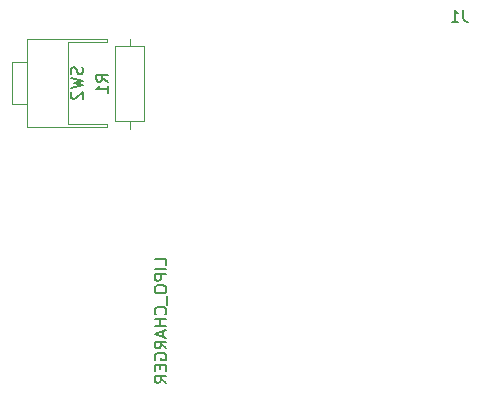
<source format=gbr>
G04 #@! TF.GenerationSoftware,KiCad,Pcbnew,(5.1.9-0-10_14)*
G04 #@! TF.CreationDate,2021-02-11T22:39:59-08:00*
G04 #@! TF.ProjectId,system,73797374-656d-42e6-9b69-6361645f7063,rev?*
G04 #@! TF.SameCoordinates,Original*
G04 #@! TF.FileFunction,Other,Fab,Bot*
%FSLAX46Y46*%
G04 Gerber Fmt 4.6, Leading zero omitted, Abs format (unit mm)*
G04 Created by KiCad (PCBNEW (5.1.9-0-10_14)) date 2021-02-11 22:39:59*
%MOMM*%
%LPD*%
G01*
G04 APERTURE LIST*
%ADD10C,0.100000*%
%ADD11C,0.150000*%
G04 APERTURE END LIST*
D10*
X111760000Y-121920000D02*
X111760000Y-121260000D01*
X111760000Y-114300000D02*
X111760000Y-114960000D01*
X110510000Y-121260000D02*
X110510000Y-114960000D01*
X113010000Y-121260000D02*
X110510000Y-121260000D01*
X113010000Y-114960000D02*
X113010000Y-121260000D01*
X110510000Y-114960000D02*
X113010000Y-114960000D01*
X109864000Y-114624000D02*
X106524000Y-114624000D01*
X109864000Y-121524000D02*
X109864000Y-121824000D01*
X109864000Y-114324000D02*
X103074000Y-114324000D01*
X103074000Y-114324000D02*
X103074000Y-121824000D01*
X109864000Y-121824000D02*
X103074000Y-121824000D01*
X106524000Y-114624000D02*
X106524000Y-121524000D01*
X109864000Y-114324000D02*
X109864000Y-114624000D01*
X109864000Y-121524000D02*
X106524000Y-121524000D01*
X101814000Y-116324000D02*
X101814000Y-119824000D01*
X101814000Y-119824000D02*
X103074000Y-119824000D01*
X101814000Y-116324000D02*
X103074000Y-116324000D01*
D11*
X140033333Y-111864480D02*
X140033333Y-112578766D01*
X140080952Y-112721623D01*
X140176190Y-112816861D01*
X140319047Y-112864480D01*
X140414285Y-112864480D01*
X139033333Y-112864480D02*
X139604761Y-112864480D01*
X139319047Y-112864480D02*
X139319047Y-111864480D01*
X139414285Y-112007338D01*
X139509523Y-112102576D01*
X139604761Y-112150195D01*
X109926380Y-117943333D02*
X109450190Y-117610000D01*
X109926380Y-117371904D02*
X108926380Y-117371904D01*
X108926380Y-117752857D01*
X108974000Y-117848095D01*
X109021619Y-117895714D01*
X109116857Y-117943333D01*
X109259714Y-117943333D01*
X109354952Y-117895714D01*
X109402571Y-117848095D01*
X109450190Y-117752857D01*
X109450190Y-117371904D01*
X109926380Y-118895714D02*
X109926380Y-118324285D01*
X109926380Y-118610000D02*
X108926380Y-118610000D01*
X109069238Y-118514761D01*
X109164476Y-118419523D01*
X109212095Y-118324285D01*
X107748761Y-116740666D02*
X107796380Y-116883523D01*
X107796380Y-117121619D01*
X107748761Y-117216857D01*
X107701142Y-117264476D01*
X107605904Y-117312095D01*
X107510666Y-117312095D01*
X107415428Y-117264476D01*
X107367809Y-117216857D01*
X107320190Y-117121619D01*
X107272571Y-116931142D01*
X107224952Y-116835904D01*
X107177333Y-116788285D01*
X107082095Y-116740666D01*
X106986857Y-116740666D01*
X106891619Y-116788285D01*
X106844000Y-116835904D01*
X106796380Y-116931142D01*
X106796380Y-117169238D01*
X106844000Y-117312095D01*
X106796380Y-117645428D02*
X107796380Y-117883523D01*
X107082095Y-118074000D01*
X107796380Y-118264476D01*
X106796380Y-118502571D01*
X106891619Y-118835904D02*
X106844000Y-118883523D01*
X106796380Y-118978761D01*
X106796380Y-119216857D01*
X106844000Y-119312095D01*
X106891619Y-119359714D01*
X106986857Y-119407333D01*
X107082095Y-119407333D01*
X107224952Y-119359714D01*
X107796380Y-118788285D01*
X107796380Y-119407333D01*
X114879380Y-133437904D02*
X114879380Y-132961714D01*
X113879380Y-132961714D01*
X114879380Y-133771238D02*
X113879380Y-133771238D01*
X114879380Y-134247428D02*
X113879380Y-134247428D01*
X113879380Y-134628380D01*
X113927000Y-134723619D01*
X113974619Y-134771238D01*
X114069857Y-134818857D01*
X114212714Y-134818857D01*
X114307952Y-134771238D01*
X114355571Y-134723619D01*
X114403190Y-134628380D01*
X114403190Y-134247428D01*
X113879380Y-135437904D02*
X113879380Y-135628380D01*
X113927000Y-135723619D01*
X114022238Y-135818857D01*
X114212714Y-135866476D01*
X114546047Y-135866476D01*
X114736523Y-135818857D01*
X114831761Y-135723619D01*
X114879380Y-135628380D01*
X114879380Y-135437904D01*
X114831761Y-135342666D01*
X114736523Y-135247428D01*
X114546047Y-135199809D01*
X114212714Y-135199809D01*
X114022238Y-135247428D01*
X113927000Y-135342666D01*
X113879380Y-135437904D01*
X114974619Y-136056952D02*
X114974619Y-136818857D01*
X114784142Y-137628380D02*
X114831761Y-137580761D01*
X114879380Y-137437904D01*
X114879380Y-137342666D01*
X114831761Y-137199809D01*
X114736523Y-137104571D01*
X114641285Y-137056952D01*
X114450809Y-137009333D01*
X114307952Y-137009333D01*
X114117476Y-137056952D01*
X114022238Y-137104571D01*
X113927000Y-137199809D01*
X113879380Y-137342666D01*
X113879380Y-137437904D01*
X113927000Y-137580761D01*
X113974619Y-137628380D01*
X114879380Y-138056952D02*
X113879380Y-138056952D01*
X114355571Y-138056952D02*
X114355571Y-138628380D01*
X114879380Y-138628380D02*
X113879380Y-138628380D01*
X114593666Y-139056952D02*
X114593666Y-139533142D01*
X114879380Y-138961714D02*
X113879380Y-139295047D01*
X114879380Y-139628380D01*
X114879380Y-140533142D02*
X114403190Y-140199809D01*
X114879380Y-139961714D02*
X113879380Y-139961714D01*
X113879380Y-140342666D01*
X113927000Y-140437904D01*
X113974619Y-140485523D01*
X114069857Y-140533142D01*
X114212714Y-140533142D01*
X114307952Y-140485523D01*
X114355571Y-140437904D01*
X114403190Y-140342666D01*
X114403190Y-139961714D01*
X113927000Y-141485523D02*
X113879380Y-141390285D01*
X113879380Y-141247428D01*
X113927000Y-141104571D01*
X114022238Y-141009333D01*
X114117476Y-140961714D01*
X114307952Y-140914095D01*
X114450809Y-140914095D01*
X114641285Y-140961714D01*
X114736523Y-141009333D01*
X114831761Y-141104571D01*
X114879380Y-141247428D01*
X114879380Y-141342666D01*
X114831761Y-141485523D01*
X114784142Y-141533142D01*
X114450809Y-141533142D01*
X114450809Y-141342666D01*
X114355571Y-141961714D02*
X114355571Y-142295047D01*
X114879380Y-142437904D02*
X114879380Y-141961714D01*
X113879380Y-141961714D01*
X113879380Y-142437904D01*
X114879380Y-143437904D02*
X114403190Y-143104571D01*
X114879380Y-142866476D02*
X113879380Y-142866476D01*
X113879380Y-143247428D01*
X113927000Y-143342666D01*
X113974619Y-143390285D01*
X114069857Y-143437904D01*
X114212714Y-143437904D01*
X114307952Y-143390285D01*
X114355571Y-143342666D01*
X114403190Y-143247428D01*
X114403190Y-142866476D01*
M02*

</source>
